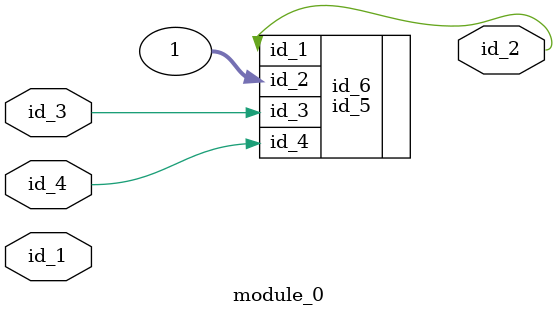
<source format=v>
`timescale 1ps / 1 ps
module module_0 (
    id_1,
    id_2,
    id_3,
    id_4
);
  input id_4;
  input id_3;
  output id_2;
  input id_1;
  id_5 id_6 (
      .id_2(1),
      .id_4(id_3),
      .id_1(id_4),
      .id_3(id_3),
      .id_1(id_2),
      .id_4(id_4)
  );
endmodule

</source>
